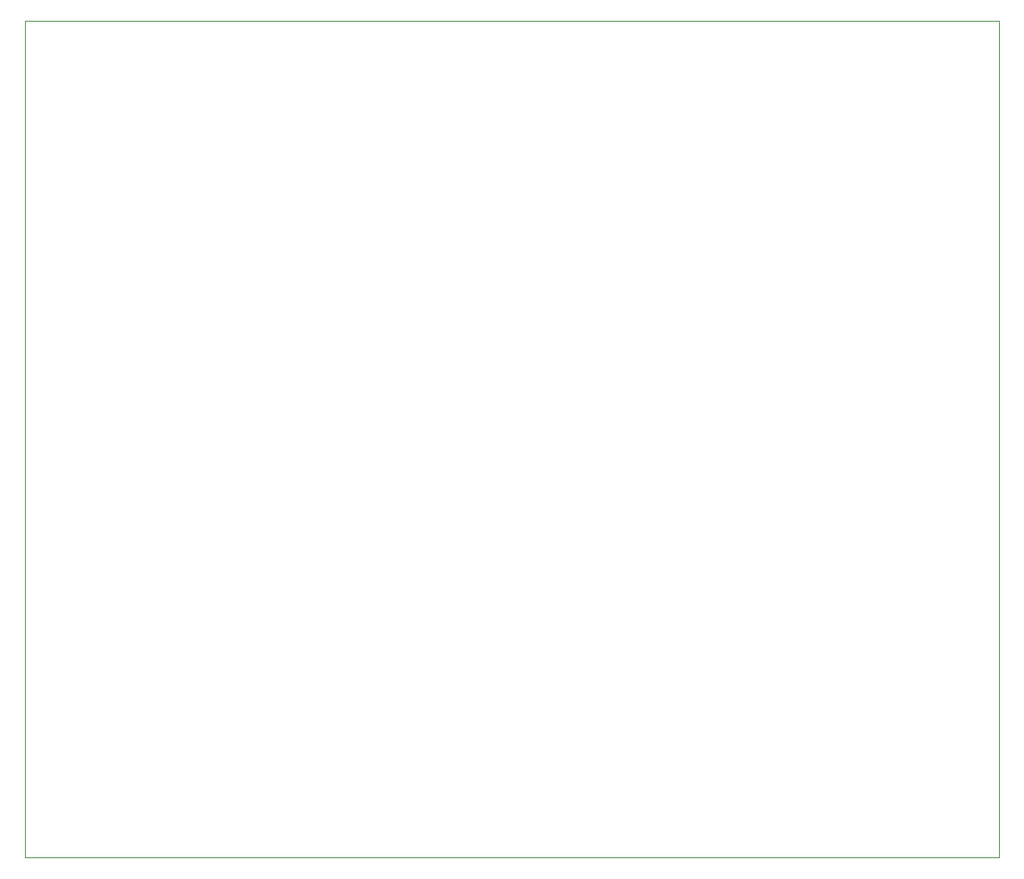
<source format=gm1>
%TF.GenerationSoftware,KiCad,Pcbnew,6.0.5-a6ca702e91~116~ubuntu22.04.1*%
%TF.CreationDate,2022-07-07T11:21:46+05:30*%
%TF.ProjectId,macro_pad,6d616372-6f5f-4706-9164-2e6b69636164,rev?*%
%TF.SameCoordinates,Original*%
%TF.FileFunction,Profile,NP*%
%FSLAX46Y46*%
G04 Gerber Fmt 4.6, Leading zero omitted, Abs format (unit mm)*
G04 Created by KiCad (PCBNEW 6.0.5-a6ca702e91~116~ubuntu22.04.1) date 2022-07-07 11:21:46*
%MOMM*%
%LPD*%
G01*
G04 APERTURE LIST*
%TA.AperFunction,Profile*%
%ADD10C,0.100000*%
%TD*%
G04 APERTURE END LIST*
D10*
X96000000Y-76000000D02*
X195000000Y-76000000D01*
X195000000Y-76000000D02*
X195000000Y-161000000D01*
X195000000Y-161000000D02*
X96000000Y-161000000D01*
X96000000Y-161000000D02*
X96000000Y-76000000D01*
M02*

</source>
